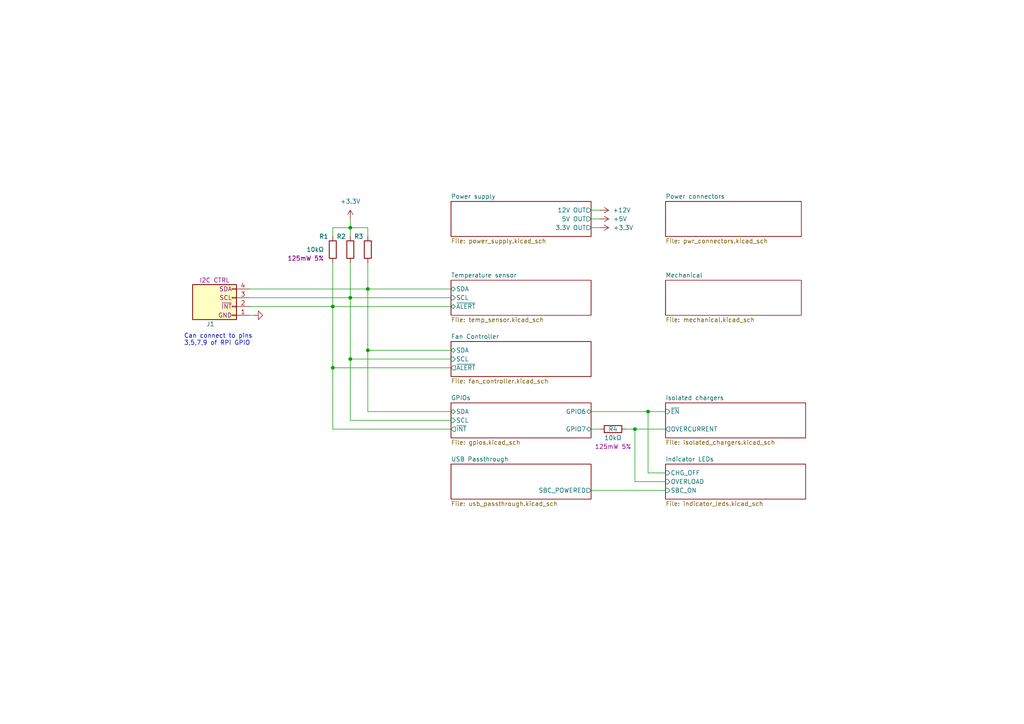
<source format=kicad_sch>
(kicad_sch (version 20231120) (generator "eeschema") (generator_version "8.0")
  (paper "A4")
  (lib_symbols
    (symbol "Device:R" (pin_numbers hide) (pin_names (offset 0))
      (property "Reference" "R" (at 2.032 0 90))
      (property "Value" "R" (at 0 0 90))
      (symbol "R_0_1"
        (rectangle (start -1.016 -2.54) (end 1.016 2.54) (stroke (width 0.254)))
      )
      (symbol "R_1_1"
        (pin passive line (at 0 3.81 270) (length 1.27) (name "~") (number "1"))
        (pin passive line (at 0 -3.81 90) (length 1.27) (name "~") (number "2"))
      )
    )
    (symbol "conn:Conn_01x04" (pin_names (offset 1.016) hide)
      (property "Reference" "J" (at 0 5.08 0))
      (property "Purpose Pin1" "PIN 1" (at 0 2.54 0))
      (property "Purpose Pin2" "PIN 2" (at 0 -2.54 0))
      (property "Purpose Pin3" "PIN 3" (at 0 0 0))
      (property "Purpose Pin4" "PIN 4" (at 0 -5.08 0))
      (property "Purpose" "Header" (at 7.62 5.08 0))
      (symbol "Conn_01x04_1_1"
        (rectangle (start -1.27 -4.953) (end 0 -5.207) (stroke (width 0.1524)))
        (rectangle (start -1.27 -2.413) (end 0 -2.667) (stroke (width 0.1524)))
        (rectangle (start -1.27 0.127) (end 0 -0.127) (stroke (width 0.1524)))
        (rectangle (start -1.27 2.667) (end 0 2.413) (stroke (width 0.1524)))
        (rectangle (start -1.27 3.81) (end 11.43 -6.35) (stroke (width 0.254)) (fill (type background)))
        (pin passive line (at -5.08 2.54 0) (length 3.81) (name "Pin_1") (number "1"))
        (pin passive line (at -5.08 0 0) (length 3.81) (name "Pin_2") (number "2"))
        (pin passive line (at -5.08 -2.54 0) (length 3.81) (name "Pin_3") (number "3"))
        (pin passive line (at -5.08 -5.08 0) (length 3.81) (name "Pin_4") (number "4"))
      )
    )
    (symbol "power:+12V" (power) (pin_numbers hide) (pin_names (offset 0) hide)
      (property "Value" "+12V" (at 0 3.556 0))
      (symbol "+12V_0_1"
        (polyline (pts (xy -0.762 1.27) (xy 0 2.54)))
        (polyline (pts (xy 0 0) (xy 0 2.54)))
        (polyline (pts (xy 0 2.54) (xy 0.762 1.27)))
      )
      (symbol "+12V_1_1"
        (pin power_in line (at 0 0 90) (length 0) (name "~") (number "1"))
      )
    )
    (symbol "power:+3.3V" (power) (pin_numbers hide) (pin_names (offset 0) hide)
      (property "Value" "+3.3V" (at 0 3.556 0))
      (symbol "+3.3V_0_1"
        (polyline (pts (xy -0.762 1.27) (xy 0 2.54)))
        (polyline (pts (xy 0 0) (xy 0 2.54)))
        (polyline (pts (xy 0 2.54) (xy 0.762 1.27)))
      )
      (symbol "+3.3V_1_1"
        (pin power_in line (at 0 0 90) (length 0) (name "~") (number "1"))
      )
    )
    (symbol "power:+5V" (power) (pin_numbers hide) (pin_names (offset 0) hide)
      (property "Value" "+5V" (at 0 3.556 0))
      (symbol "+5V_0_1"
        (polyline (pts (xy -0.762 1.27) (xy 0 2.54)))
        (polyline (pts (xy 0 0) (xy 0 2.54)))
        (polyline (pts (xy 0 2.54) (xy 0.762 1.27)))
      )
      (symbol "+5V_1_1"
        (pin power_in line (at 0 0 90) (length 0) (name "~") (number "1"))
      )
    )
    (symbol "power:GND" (power) (pin_numbers hide) (pin_names (offset 0) hide)
      (property "Value" "GND" (at 0 -3.81 0))
      (symbol "GND_0_1"
        (polyline (pts (xy 0 0) (xy 0 -1.27) (xy 1.27 -1.27) (xy 0 -2.54) (xy -1.27 -1.27) (xy 0 -1.27)))
      )
      (symbol "GND_1_1"
        (pin power_in line (at 0 0 270) (length 0) (name "~") (number "1"))
      )
    )
  )
  (junction (at 101.6 86.36))
  (junction (at 184.15 124.46))
  (junction (at 101.6 104.14))
  (junction (at 96.52 88.9))
  (junction (at 187.96 119.38))
  (junction (at 101.6 66.04))
  (junction (at 96.52 106.68))
  (junction (at 106.68 83.82))
  (junction (at 106.68 101.6))
  (wire (pts (xy 171.45 119.38) (xy 187.96 119.38)))
  (wire (pts (xy 193.04 139.7) (xy 184.15 139.7)))
  (wire (pts (xy 72.39 83.82) (xy 106.68 83.82)))
  (wire (pts (xy 171.45 142.24) (xy 193.04 142.24)))
  (wire (pts (xy 101.6 66.04) (xy 106.68 66.04)))
  (wire (pts (xy 171.45 66.04) (xy 173.99 66.04)))
  (wire (pts (xy 96.52 76.2) (xy 96.52 88.9)))
  (wire (pts (xy 101.6 121.92) (xy 130.81 121.92)))
  (wire (pts (xy 106.68 101.6) (xy 130.81 101.6)))
  (wire (pts (xy 96.52 124.46) (xy 96.52 106.68)))
  (wire (pts (xy 106.68 76.2) (xy 106.68 83.82)))
  (wire (pts (xy 106.68 119.38) (xy 130.81 119.38)))
  (wire (pts (xy 171.45 60.96) (xy 173.99 60.96)))
  (wire (pts (xy 101.6 86.36) (xy 101.6 104.14)))
  (wire (pts (xy 101.6 104.14) (xy 101.6 121.92)))
  (wire (pts (xy 171.45 124.46) (xy 173.99 124.46)))
  (wire (pts (xy 72.39 86.36) (xy 101.6 86.36)))
  (wire (pts (xy 130.81 124.46) (xy 96.52 124.46)))
  (wire (pts (xy 101.6 86.36) (xy 130.81 86.36)))
  (wire (pts (xy 184.15 139.7) (xy 184.15 124.46)))
  (wire (pts (xy 72.39 91.44) (xy 73.66 91.44)))
  (wire (pts (xy 96.52 68.58) (xy 96.52 66.04)))
  (wire (pts (xy 101.6 63.5) (xy 101.6 66.04)))
  (wire (pts (xy 101.6 104.14) (xy 130.81 104.14)))
  (wire (pts (xy 193.04 137.16) (xy 187.96 137.16)))
  (wire (pts (xy 96.52 88.9) (xy 130.81 88.9)))
  (wire (pts (xy 101.6 76.2) (xy 101.6 86.36)))
  (wire (pts (xy 187.96 119.38) (xy 193.04 119.38)))
  (wire (pts (xy 106.68 83.82) (xy 130.81 83.82)))
  (wire (pts (xy 96.52 66.04) (xy 101.6 66.04)))
  (wire (pts (xy 96.52 106.68) (xy 96.52 88.9)))
  (wire (pts (xy 96.52 106.68) (xy 130.81 106.68)))
  (wire (pts (xy 187.96 137.16) (xy 187.96 119.38)))
  (wire (pts (xy 171.45 63.5) (xy 173.99 63.5)))
  (wire (pts (xy 184.15 124.46) (xy 193.04 124.46)))
  (wire (pts (xy 106.68 83.82) (xy 106.68 101.6)))
  (wire (pts (xy 181.61 124.46) (xy 184.15 124.46)))
  (wire (pts (xy 101.6 66.04) (xy 101.6 68.58)))
  (wire (pts (xy 106.68 66.04) (xy 106.68 68.58)))
  (wire (pts (xy 106.68 101.6) (xy 106.68 119.38)))
  (wire (pts (xy 72.39 88.9) (xy 96.52 88.9)))
  (text "Can connect to pins\n3,5,7,9 of RPi GPIO" (at 53.34 100.33 0) (effects (font (size 1.27 1.27)) (justify left bottom)))
  (symbol (lib_id "Device:R") (at 177.8 124.46 270) (mirror x) (unit 1)
    (property "Reference" "R4" (at 177.8 124.46 90))
    (property "Value" "10kΩ" (at 177.8 127 90))
    (property "Footprint" "Resistor_SMD:R_0805_2012Metric" (effects (hide yes)))
    (property "Info" "125mW 5%" (at 177.8 129.54 90))
    (property "Shop" "https://store.comet.bg/Catalogue/Product/29102/" (effects (hide yes)))
    (property "LCSC" "C17414" (effects (hide yes)))
    (property "Part" "R 10kΩ 125mW 5% 0805" (effects (hide yes)))
  )
  (symbol (lib_id "conn:Conn_01x04") (at 67.31 88.9 180) (unit 1)
    (property "Reference" "J1" (at 62.23 93.98 0) (effects (justify left)))
    (property "Value" "Header_01x04" (effects (hide yes)))
    (property "Footprint" "Connector_MTA-100:mta100_01x4_P2.54_647050-4" (effects (hide yes)))
    (property "Purpose" "I2C CTRL" (at 62.23 81.28 0))
    (property "Purpose Pin1" "GND" (at 67.31 91.44 0) (effects (justify left)))
    (property "Purpose Pin2" "~{INT}" (at 67.31 88.9 0) (effects (justify left)))
    (property "Purpose Pin3" "SCL" (at 67.31 86.36 0) (effects (justify left)))
    (property "Purpose Pin4" "SDA" (at 67.31 83.82 0) (effects (justify left)))
    (property "Shop" "https://eu.mouser.com/ProductDetail/TE-Connectivity-AMP/640456-4?qs=%2F35zJ5USjokX5rl%252BbVBc4g%3D%3D" (effects (hide yes)))
    (property "Part" "640456-4" (effects (hide yes)))
  )
  (symbol (lib_id "Device:R") (at 106.68 72.39 0) (mirror x) (unit 1)
    (property "Reference" "R3" (at 105.41 68.58 0) (effects (justify right)))
    (property "Value" "10kΩ" (effects (hide yes)))
    (property "Footprint" "Resistor_SMD:R_0805_2012Metric" (effects (hide yes)))
    (property "Info" "125mW 5%" (effects (hide yes)))
    (property "Shop" "https://store.comet.bg/Catalogue/Product/29102/" (effects (hide yes)))
    (property "LCSC" "C17414" (effects (hide yes)))
    (property "Part" "R 10kΩ 125mW 5% 0805" (effects (hide yes)))
  )
  (symbol (lib_id "Device:R") (at 96.52 72.39 0) (mirror x) (unit 1)
    (property "Reference" "R1" (at 95.25 68.58 0) (effects (justify right)))
    (property "Value" "10kΩ" (at 93.98 72.39 0) (effects (justify right)))
    (property "Footprint" "Resistor_SMD:R_0805_2012Metric" (effects (hide yes)))
    (property "Info" "125mW 5%" (at 93.98 74.93 0) (effects (justify right)))
    (property "Shop" "https://store.comet.bg/Catalogue/Product/29102/" (effects (hide yes)))
    (property "LCSC" "C17414" (effects (hide yes)))
    (property "Part" "R 10kΩ 125mW 5% 0805" (effects (hide yes)))
  )
  (symbol (lib_id "power:+12V") (at 173.99 60.96 270) (unit 1)
    (property "Reference" "#PWR03" (effects (hide yes)))
    (property "Value" "+12V" (at 180.34 60.96 90))
  )
  (symbol (lib_id "power:+3.3V") (at 173.99 66.04 270) (unit 1)
    (property "Reference" "#PWR05" (effects (hide yes)))
    (property "Value" "+3.3V" (at 177.8 66.04 90) (effects (justify left)))
  )
  (symbol (lib_id "power:+5V") (at 173.99 63.5 270) (unit 1)
    (property "Reference" "#PWR04" (effects (hide yes)))
    (property "Value" "+5V" (at 177.8 63.5 90) (effects (justify left)))
  )
  (symbol (lib_id "Device:R") (at 101.6 72.39 0) (mirror x) (unit 1)
    (property "Reference" "R2" (at 100.33 68.58 0) (effects (justify right)))
    (property "Value" "10kΩ" (effects (hide yes)))
    (property "Footprint" "Resistor_SMD:R_0805_2012Metric" (effects (hide yes)))
    (property "Info" "125mW 5%" (effects (hide yes)))
    (property "Shop" "https://store.comet.bg/Catalogue/Product/29102/" (effects (hide yes)))
    (property "LCSC" "C17414" (effects (hide yes)))
    (property "Part" "R 10kΩ 125mW 5% 0805" (effects (hide yes)))
  )
  (symbol (lib_id "power:+3.3V") (at 101.6 63.5 0) (unit 1)
    (property "Reference" "#PWR02" (effects (hide yes)))
    (property "Value" "+3.3V" (at 101.6 58.42 0))
  )
  (symbol (lib_id "power:GND") (at 73.66 91.44 90) (unit 1)
    (property "Reference" "#PWR01" (effects (hide yes)))
    (property "Value" "GND" (effects (hide yes)))
  )
  (sheet (at 193.04 116.84) (size 40.64 10.16) (stroke (width 0.1524))
    (property "Sheetname" "Isolated chargers" (at 193.04 116.1284 0) (effects (justify left bottom)))
    (property "Sheetfile" "isolated_chargers.kicad_sch" (at 193.04 127.5846 0) (effects (justify left top)))
    (pin "OVERCURRENT" output (at 193.04 124.46 180))
    (pin "~{EN}" input (at 193.04 119.38 180))
  )
  (sheet (at 130.81 116.84) (size 40.64 10.16) (stroke (width 0.1524))
    (property "Sheetname" "GPIOs" (at 130.81 116.1284 0) (effects (justify left bottom)))
    (property "Sheetfile" "gpios.kicad_sch" (at 130.81 127.5846 0) (effects (justify left top)))
    (pin "SCL" input (at 130.81 121.92 180))
    (pin "SDA" bidirectional (at 130.81 119.38 180))
    (pin "~{INT}" output (at 130.81 124.46 180))
    (pin "GPIO6" tri_state (at 171.45 119.38 0))
    (pin "GPIO7" tri_state (at 171.45 124.46 0))
  )
  (sheet (at 130.81 58.42) (size 40.64 10.16) (stroke (width 0.1524))
    (property "Sheetname" "Power supply" (at 130.81 57.7084 0) (effects (justify left bottom)))
    (property "Sheetfile" "power_supply.kicad_sch" (at 130.81 69.1646 0) (effects (justify left top)))
    (pin "3.3V OUT" output (at 171.45 66.04 0))
    (pin "12V OUT" output (at 171.45 60.96 0))
    (pin "5V OUT" output (at 171.45 63.5 0))
  )
  (sheet (at 130.81 134.62) (size 40.64 10.16) (stroke (width 0.1524))
    (property "Sheetname" "USB Passthrough" (at 130.81 133.9084 0) (effects (justify left bottom)))
    (property "Sheetfile" "usb_passthrough.kicad_sch" (at 130.81 145.3646 0) (effects (justify left top)))
    (pin "SBC_POWERED" output (at 171.45 142.24 0))
  )
  (sheet (at 193.04 81.28) (size 39.37 10.16) (stroke (width 0.1524))
    (property "Sheetname" "Mechanical" (at 193.04 80.5684 0) (effects (justify left bottom)))
    (property "Sheetfile" "mechanical.kicad_sch" (at 193.04 92.0246 0) (effects (justify left top)))
  )
  (sheet (at 193.04 134.62) (size 40.64 10.16) (stroke (width 0.1524))
    (property "Sheetname" "Indicator LEDs" (at 193.04 133.9084 0) (effects (justify left bottom)))
    (property "Sheetfile" "indicator_leds.kicad_sch" (at 193.04 145.3646 0) (effects (justify left top)))
    (pin "OVERLOAD" input (at 193.04 139.7 180))
    (pin "SBC_ON" input (at 193.04 142.24 180))
    (pin "CHG_OFF" input (at 193.04 137.16 180))
  )
  (sheet (at 130.81 81.28) (size 40.64 10.16) (stroke (width 0.1524))
    (property "Sheetname" "Temperature sensor" (at 130.81 80.5684 0) (effects (justify left bottom)))
    (property "Sheetfile" "temp_sensor.kicad_sch" (at 130.81 92.0246 0) (effects (justify left top)))
    (pin "SDA" bidirectional (at 130.81 83.82 180))
    (pin "SCL" input (at 130.81 86.36 180))
    (pin "~{ALERT}" tri_state (at 130.81 88.9 180))
  )
  (sheet (at 193.04 58.42) (size 39.37 10.16) (stroke (width 0.1524))
    (property "Sheetname" "Power connectors" (at 193.04 57.7084 0) (effects (justify left bottom)))
    (property "Sheetfile" "pwr_connectors.kicad_sch" (at 193.04 69.1646 0) (effects (justify left top)))
  )
  (sheet (at 130.81 99.06) (size 40.64 10.16) (stroke (width 0.1524))
    (property "Sheetname" "Fan Controller" (at 130.81 98.3484 0) (effects (justify left bottom)))
    (property "Sheetfile" "fan_controller.kicad_sch" (at 130.81 109.8046 0) (effects (justify left top)))
    (pin "~{ALERT}" output (at 130.81 106.68 180))
    (pin "SCL" input (at 130.81 104.14 180))
    (pin "SDA" bidirectional (at 130.81 101.6 180))
  )
)
</source>
